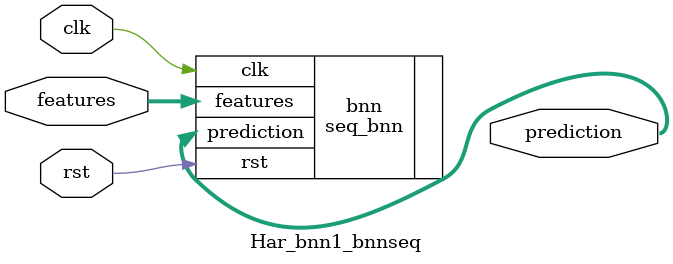
<source format=v>













module Har_bnn1_bnnseq #(

parameter FEAT_CNT = 12,
parameter HIDDEN_CNT = 40,
parameter FEAT_BITS = 4,
parameter CLASS_CNT = 6,
parameter TEST_CNT = 1000


  ) (
  input clk,
  input rst,
  input [FEAT_CNT*FEAT_BITS-1:0] features,
  output [$clog2(CLASS_CNT)-1:0] prediction
  );

  localparam Weights0 = 480'b001111010110111010110000100001111100001110101010010001010010000110001111110001100101110000100001101010101000100111110111010000011111101000011101001101100011000010010011001100100111011101011001001000001011111000000011011110110100011100000010011111100010010111110111101000010100101110111010000001011100010110010011110000011100010000100111101010101010100100000101010000111010011010010101101111101001110000110100100001110101011000100000101000001100101111111100010011100011001001010111 ;
  localparam Weights1 = 240'b111001111101100000101111100101100010100011010110111111001010010101011010011101001110011111011110001101011100001000101010010101000110011010101101110010110100110101111111011000000011000110001111110000010111001001000101000010011100001111000100 ;

  seq_bnn #(.FEAT_CNT(FEAT_CNT),.FEAT_BITS(FEAT_BITS),.HIDDEN_CNT(HIDDEN_CNT),.CLASS_CNT(CLASS_CNT),.Weights0(Weights0),.Weights1(Weights1)) bnn (
    .clk(clk),
    .rst(rst),
    .features(features),
    .prediction(prediction)
  );

endmodule

</source>
